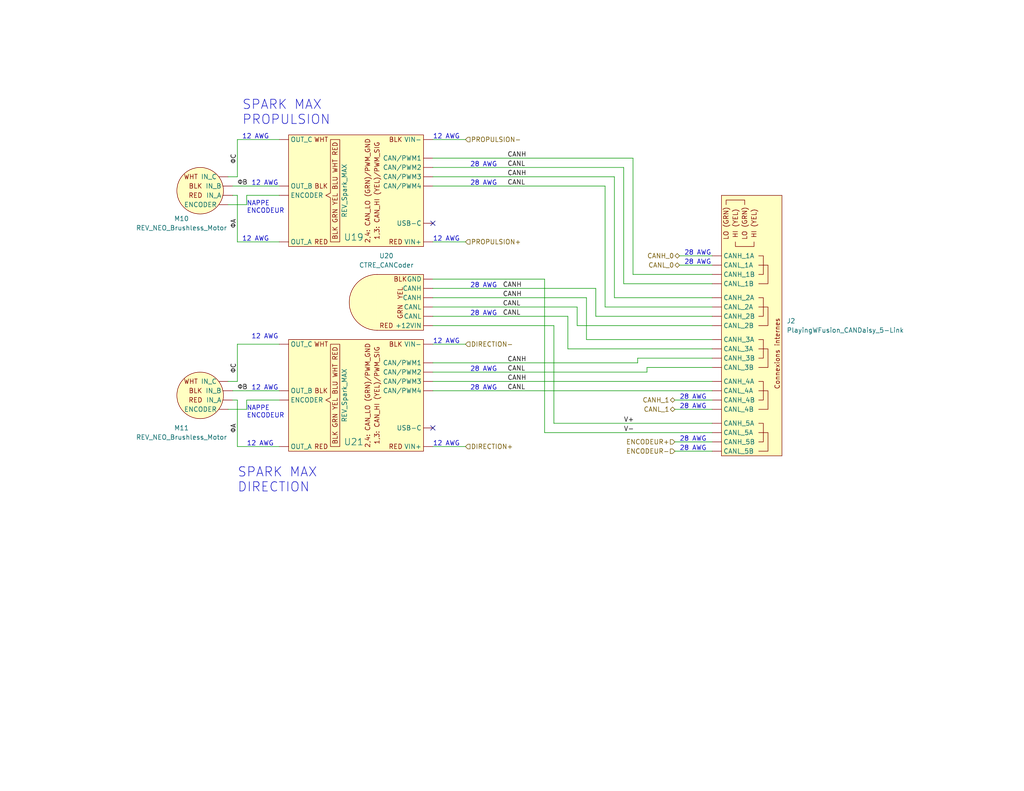
<source format=kicad_sch>
(kicad_sch (version 20230121) (generator eeschema)
  (paper "USLetter")
  (title_block (title "Schéma de câblage Disc-O 2024") (date "2024-02-27") (rev "1.6") (company "ASTRO 7605 (2024)"))
  (lib_symbols
    (symbol "FRC_Components:CTRE_CANCoder"
      (property "Reference" "U" (at 0 -2.54 0))
      (property "Value" "CTRE_CANCoder" (at 0 -5.08 0))
      (symbol "CTRE_CANCoder_0_0"
        (text "BLK" (at 6.35 -12.7 900) (effects (font (size 1.27 1.27))))
        (text "GRN" (at -2.54 -12.7 0) (effects (font (size 1.27 1.27))))
        (text "RED" (at -6.35 -8.89 900) (effects (font (size 1.27 1.27))))
        (text "YEL" (at 2.54 -12.7 0) (effects (font (size 1.27 1.27))))
      )
      (symbol "CTRE_CANCoder_0_1"
        (polyline (pts (xy -7.62 -6.35) (xy -7.62 -19.05) (xy 7.62 -19.05) (xy 7.62 -6.35)) (fill (type background)))
        (arc (start 7.62 -6.35) (mid 0 1.2311) (end -7.62 -6.35) (fill (type background)))
      )
      (symbol "CTRE_CANCoder_1_1"
        (pin power_in line (at -6.35 -21.59 90) (length 2.54) (name "+12VIN") (number ""))
        (pin bidirectional line (at 1.27 -21.59 90) (length 2.54) (name "CANH") (number ""))
        (pin bidirectional line (at 3.81 -21.59 90) (length 2.54) (name "CANH") (number ""))
        (pin bidirectional line (at -3.81 -21.59 90) (length 2.54) (name "CANL") (number ""))
        (pin bidirectional line (at -1.27 -21.59 90) (length 2.54) (name "CANL") (number ""))
        (pin power_in line (at 6.35 -21.59 90) (length 2.54) (name "GND") (number ""))
      )
    )
    (symbol "FRC_Components:PlayingWFusion_CANDaisy_5-Link"
      (property "Reference" "J" (at 0 0 0))
      (property "Value" "PlayingWFusion_CANDaisy_5-Link" (at 0 -2.54 0))
      (symbol "PlayingWFusion_CANDaisy_5-Link_1_1"
        (rectangle (start -35.56 -8.89) (end 35.56 -25.4) (fill (type background)))
        (polyline (pts (xy -29.21 -19.05) (xy -29.21 -21.59) (xy -34.29 -21.59) (xy -34.29 -19.05)))
        (polyline (pts (xy -26.67 -19.05) (xy -26.67 -20.32) (xy -31.75 -20.32) (xy -31.75 -19.05)))
        (polyline (pts (xy -17.78 -19.05) (xy -17.78 -21.59) (xy -22.86 -21.59) (xy -22.86 -19.05)))
        (polyline (pts (xy -15.24 -19.05) (xy -15.24 -20.32) (xy -20.32 -20.32) (xy -20.32 -19.05)))
        (polyline (pts (xy -6.35 -19.05) (xy -6.35 -21.59) (xy -11.43 -21.59) (xy -11.43 -19.05)))
        (polyline (pts (xy -3.81 -19.05) (xy -3.81 -20.32) (xy -8.89 -20.32) (xy -8.89 -19.05)))
        (polyline (pts (xy 5.08 -19.05) (xy 5.08 -21.59) (xy 0 -21.59) (xy 0 -19.05)))
        (polyline (pts (xy 7.62 -19.05) (xy 7.62 -20.32) (xy 2.54 -20.32) (xy 2.54 -19.05)))
        (polyline (pts (xy 16.51 -19.05) (xy 16.51 -21.59) (xy 11.43 -21.59) (xy 11.43 -19.05)))
        (polyline (pts (xy 19.05 -19.05) (xy 19.05 -20.32) (xy 13.97 -20.32) (xy 13.97 -19.05)))
        (polyline (pts (xy 22.86 -12.7) (xy 21.59 -12.7) (xy 21.59 -17.78) (xy 22.86 -17.78)))
        (polyline (pts (xy 33.02 -10.16) (xy 34.29 -10.16) (xy 34.29 -15.24) (xy 33.02 -15.24)))
        (text "Connexions internes" (at -7.62 -24.13 0) (effects (font (size 1.27 1.27))))
        (text "HI (YEL)" (at 27.94 -17.78 0) (effects (font (size 1.27 1.27))))
        (text "HI (YEL)" (at 27.94 -12.7 0) (effects (font (size 1.27 1.27))))
        (text "LO (GRN)" (at 27.94 -15.24 0) (effects (font (size 1.27 1.27))))
        (text "LO (GRN)" (at 27.94 -10.16 0) (effects (font (size 1.27 1.27))))
        (pin bidirectional line (at 19.05 -6.35 270) (length 2.54) (name "CANH_1A") (number ""))
        (pin bidirectional line (at 13.97 -6.35 270) (length 2.54) (name "CANH_1B") (number ""))
        (pin bidirectional line (at 7.62 -6.35 270) (length 2.54) (name "CANH_2A") (number ""))
        (pin bidirectional line (at 2.54 -6.35 270) (length 2.54) (name "CANH_2B") (number ""))
        (pin bidirectional line (at -3.81 -6.35 270) (length 2.54) (name "CANH_3A") (number ""))
        (pin bidirectional line (at -8.89 -6.35 270) (length 2.54) (name "CANH_3B") (number ""))
        (pin bidirectional line (at -15.24 -6.35 270) (length 2.54) (name "CANH_4A") (number ""))
        (pin bidirectional line (at -20.32 -6.35 270) (length 2.54) (name "CANH_4B") (number ""))
        (pin bidirectional line (at -26.67 -6.35 270) (length 2.54) (name "CANH_5A") (number ""))
        (pin bidirectional line (at -31.75 -6.35 270) (length 2.54) (name "CANH_5B") (number ""))
        (pin bidirectional line (at 16.51 -6.35 270) (length 2.54) (name "CANL_1A") (number ""))
        (pin bidirectional line (at 11.43 -6.35 270) (length 2.54) (name "CANL_1B") (number ""))
        (pin bidirectional line (at 5.08 -6.35 270) (length 2.54) (name "CANL_2A") (number ""))
        (pin bidirectional line (at 0 -6.35 270) (length 2.54) (name "CANL_2B") (number ""))
        (pin bidirectional line (at -6.35 -6.35 270) (length 2.54) (name "CANL_3A") (number ""))
        (pin bidirectional line (at -11.43 -6.35 270) (length 2.54) (name "CANL_3B") (number ""))
        (pin bidirectional line (at -17.78 -6.35 270) (length 2.54) (name "CANL_4A") (number ""))
        (pin bidirectional line (at -22.86 -6.35 270) (length 2.54) (name "CANL_4B") (number ""))
        (pin bidirectional line (at -29.21 -6.35 270) (length 2.54) (name "CANL_5A") (number ""))
        (pin bidirectional line (at -34.29 -6.35 270) (length 2.54) (name "CANL_5B") (number ""))
      )
    )
    (symbol "FRC_Components:REV_NEO_Brushless_Motor"
      (property "Reference" "M" (at 0 0 0))
      (property "Value" "REV_NEO_Brushless_Motor" (at 0 -2.54 0))
      (symbol "REV_NEO_Brushless_Motor_0_0"
        (text "BLK" (at -1.27 -16.51 900) (effects (font (size 1.27 1.27))))
        (text "RED" (at 1.27 -16.51 900) (effects (font (size 1.27 1.27))))
        (text "WHT" (at -3.81 -17.78 900) (effects (font (size 1.27 1.27))))
      )
      (symbol "REV_NEO_Brushless_Motor_0_1"
        (circle (center 0 -15.24) (radius 6.35) (fill (type background)))
        (polyline (pts (xy -1.27 -9.017) (xy -1.27 -8.89)))
        (polyline (pts (xy 1.27 -9.017) (xy 1.27 -8.89)))
      )
      (symbol "REV_NEO_Brushless_Motor_1_1"
        (pin bidirectional line (at 3.81 -7.62 270) (length 2.54) (name "ENCODER") (number ""))
        (pin power_in line (at 1.27 -6.35 270) (length 2.54) (name "IN_A") (number ""))
        (pin power_in line (at -1.27 -6.35 270) (length 2.54) (name "IN_B") (number ""))
        (pin power_in line (at -3.81 -7.62 270) (length 2.54) (name "IN_C") (number ""))
      )
    )
    (symbol "FRC_Components:REV_Spark_MAX"
      (property "Reference" "U" (at 0 1.27 0))
      (property "Value" "REV_Spark_MAX" (at 0 -1.27 0))
      (symbol "REV_Spark_MAX_0_0"
        (polyline (pts (xy 1.27 -7.62) (xy 1.905 -6.35) (xy 13.97 -6.35) (xy 13.97 -3.81) (xy -13.97 -3.81) (xy -13.97 -6.35) (xy 0.635 -6.35) (xy 1.27 -7.62)))
        (text "1,3: CAN_HI (YEL)/PWM_SIG" (at 0 6.35 0) (effects (font (size 1.27 1.27))))
        (text "2,4: CAN_LO (GRN)/PWM_GND" (at 0 3.81 0) (effects (font (size 1.27 1.27))))
        (text "BLK" (at -13.97 11.43 900) (effects (font (size 1.27 1.27))))
        (text "BLK" (at -1.27 -8.89 900) (effects (font (size 1.27 1.27))))
        (text "BLK GRN YEL BLU WHT RED" (at 0 -5.08 0) (effects (font (size 1.27 1.27))))
        (text "RED" (at 13.97 -8.89 900) (effects (font (size 1.27 1.27))))
        (text "RED" (at 13.97 11.43 900) (effects (font (size 1.27 1.27))))
        (text "WHT" (at -13.97 -8.89 900) (effects (font (size 1.27 1.27))))
      )
      (symbol "REV_Spark_MAX_0_1"
        (rectangle (start -15.24 19.05) (end 15.24 -17.78) (fill (type background)))
      )
      (symbol "REV_Spark_MAX_1_1"
        (pin bidirectional line (at -8.89 21.59 270) (length 2.54) (name "CAN/PWM1") (number ""))
        (pin bidirectional line (at -6.35 21.59 270) (length 2.54) (name "CAN/PWM2") (number ""))
        (pin bidirectional line (at -3.81 21.59 270) (length 2.54) (name "CAN/PWM3") (number ""))
        (pin bidirectional line (at -1.27 21.59 270) (length 2.54) (name "CAN/PWM4") (number ""))
        (pin bidirectional line (at 1.27 -20.32 90) (length 2.54) (name "ENCODER") (number ""))
        (pin power_out line (at 13.97 -20.32 90) (length 2.54) (name "OUT_A") (number ""))
        (pin power_out line (at -1.27 -20.32 90) (length 2.54) (name "OUT_B") (number ""))
        (pin power_out line (at -13.97 -20.32 90) (length 2.54) (name "OUT_C") (number ""))
        (pin bidirectional line (at 8.89 21.59 270) (length 2.54) (name "USB-C") (number ""))
        (pin power_in line (at 13.97 21.59 270) (length 2.54) (name "VIN+") (number ""))
        (pin power_in line (at -13.97 21.59 270) (length 2.54) (name "VIN-") (number ""))
      )
    )
  )
  (no_connect (at 118.11 60.96))
  (no_connect (at 118.11 116.84))
  (wire (pts (xy 151.13 88.9) (xy 151.13 115.57)))
  (wire (pts (xy 160.02 92.71) (xy 194.31 92.71)))
  (wire (pts (xy 62.23 48.26) (xy 64.77 48.26)))
  (wire (pts (xy 76.2 106.68) (xy 63.5 106.68)))
  (wire (pts (xy 64.77 121.92) (xy 64.77 109.22)))
  (wire (pts (xy 160.02 92.71) (xy 160.02 81.28)))
  (wire (pts (xy 173.99 97.79) (xy 194.31 97.79)))
  (wire (pts (xy 162.56 86.36) (xy 162.56 78.74)))
  (wire (pts (xy 165.1 83.82) (xy 165.1 50.8)))
  (wire (pts (xy 76.2 53.34) (xy 67.31 53.34)))
  (wire (pts (xy 127 38.1) (xy 118.11 38.1)))
  (wire (pts (xy 127 93.98) (xy 118.11 93.98)))
  (wire (pts (xy 76.2 121.92) (xy 64.77 121.92)))
  (wire (pts (xy 118.11 81.28) (xy 160.02 81.28)))
  (wire (pts (xy 194.31 74.93) (xy 172.72 74.93)))
  (wire (pts (xy 118.11 43.18) (xy 172.72 43.18)))
  (wire (pts (xy 118.11 48.26) (xy 167.64 48.26)))
  (wire (pts (xy 118.11 86.36) (xy 154.94 86.36)))
  (wire (pts (xy 118.11 99.06) (xy 173.99 99.06)))
  (wire (pts (xy 118.11 76.2) (xy 148.59 76.2)))
  (wire (pts (xy 118.11 83.82) (xy 157.48 83.82)))
  (wire (pts (xy 176.53 100.33) (xy 194.31 100.33)))
  (wire (pts (xy 185.42 72.39) (xy 194.31 72.39)))
  (wire (pts (xy 154.94 95.25) (xy 194.31 95.25)))
  (wire (pts (xy 76.2 66.04) (xy 64.77 66.04)))
  (wire (pts (xy 76.2 50.8) (xy 63.5 50.8)))
  (wire (pts (xy 76.2 109.22) (xy 67.31 109.22)))
  (wire (pts (xy 194.31 83.82) (xy 165.1 83.82)))
  (wire (pts (xy 64.77 109.22) (xy 63.5 109.22)))
  (wire (pts (xy 172.72 74.93) (xy 172.72 43.18)))
  (wire (pts (xy 184.15 123.19) (xy 194.31 123.19)))
  (wire (pts (xy 118.11 88.9) (xy 151.13 88.9)))
  (wire (pts (xy 67.31 111.76) (xy 67.31 109.22)))
  (wire (pts (xy 176.53 101.6) (xy 176.53 100.33)))
  (wire (pts (xy 62.23 104.14) (xy 64.77 104.14)))
  (wire (pts (xy 167.64 81.28) (xy 194.31 81.28)))
  (wire (pts (xy 64.77 104.14) (xy 64.77 93.98)))
  (wire (pts (xy 184.15 109.22) (xy 194.31 109.22)))
  (wire (pts (xy 173.99 99.06) (xy 173.99 97.79)))
  (wire (pts (xy 118.11 106.68) (xy 194.31 106.68)))
  (wire (pts (xy 64.77 93.98) (xy 76.2 93.98)))
  (wire (pts (xy 64.77 53.34) (xy 63.5 53.34)))
  (wire (pts (xy 148.59 118.11) (xy 148.59 76.2)))
  (wire (pts (xy 157.48 88.9) (xy 157.48 83.82)))
  (wire (pts (xy 151.13 115.57) (xy 194.31 115.57)))
  (wire (pts (xy 118.11 78.74) (xy 162.56 78.74)))
  (wire (pts (xy 170.18 45.72) (xy 170.18 77.47)))
  (wire (pts (xy 185.42 69.85) (xy 194.31 69.85)))
  (wire (pts (xy 184.15 120.65) (xy 194.31 120.65)))
  (wire (pts (xy 64.77 48.26) (xy 64.77 38.1)))
  (wire (pts (xy 170.18 77.47) (xy 194.31 77.47)))
  (wire (pts (xy 157.48 88.9) (xy 194.31 88.9)))
  (wire (pts (xy 118.11 101.6) (xy 176.53 101.6)))
  (wire (pts (xy 167.64 48.26) (xy 167.64 81.28)))
  (wire (pts (xy 162.56 86.36) (xy 194.31 86.36)))
  (wire (pts (xy 67.31 111.76) (xy 62.23 111.76)))
  (wire (pts (xy 118.11 45.72) (xy 170.18 45.72)))
  (wire (pts (xy 154.94 95.25) (xy 154.94 86.36)))
  (wire (pts (xy 67.31 55.88) (xy 67.31 53.34)))
  (wire (pts (xy 118.11 104.14) (xy 194.31 104.14)))
  (wire (pts (xy 127 66.04) (xy 118.11 66.04)))
  (wire (pts (xy 64.77 38.1) (xy 76.2 38.1)))
  (wire (pts (xy 184.15 111.76) (xy 194.31 111.76)))
  (wire (pts (xy 67.31 55.88) (xy 62.23 55.88)))
  (wire (pts (xy 118.11 50.8) (xy 165.1 50.8)))
  (wire (pts (xy 64.77 66.04) (xy 64.77 53.34)))
  (wire (pts (xy 148.59 118.11) (xy 194.31 118.11)))
  (wire (pts (xy 127 121.92) (xy 118.11 121.92)))
  (text "12 AWG" (at 118.11 93.98 0) (effects (font (size 1.27 1.27)) (justify left bottom)))
  (text "SPARK MAX\nDIRECTION" (at 64.77 134.62 0) (effects (font (size 2.54 2.54)) (justify left bottom)))
  (text "NAPPE\nENCODEUR" (at 67.31 58.42 0) (effects (font (size 1.27 1.27)) (justify left bottom)))
  (text "28 AWG" (at 128.27 86.36 0) (effects (font (size 1.27 1.27)) (justify left bottom)))
  (text "28 AWG" (at 128.27 50.8 0) (effects (font (size 1.27 1.27)) (justify left bottom)))
  (text "12 AWG" (at 66.04 38.1 0) (effects (font (size 1.27 1.27)) (justify left bottom)))
  (text "28 AWG" (at 185.42 111.76 0) (effects (font (size 1.27 1.27)) (justify left bottom)))
  (text "12 AWG" (at 68.58 106.68 0) (effects (font (size 1.27 1.27)) (justify left bottom)))
  (text "12 AWG" (at 68.58 50.8 0) (effects (font (size 1.27 1.27)) (justify left bottom)))
  (text "28 AWG" (at 128.27 45.72 0) (effects (font (size 1.27 1.27)) (justify left bottom)))
  (text "12 AWG" (at 118.11 121.92 0) (effects (font (size 1.27 1.27)) (justify left bottom)))
  (text "12 AWG" (at 118.11 38.1 0) (effects (font (size 1.27 1.27)) (justify left bottom)))
  (text "12 AWG" (at 68.58 92.71 0) (effects (font (size 1.27 1.27)) (justify left bottom)))
  (text "28 AWG" (at 128.27 78.74 0) (effects (font (size 1.27 1.27)) (justify left bottom)))
  (text "12 AWG" (at 67.31 121.92 0) (effects (font (size 1.27 1.27)) (justify left bottom)))
  (text "28 AWG" (at 185.42 109.22 0) (effects (font (size 1.27 1.27)) (justify left bottom)))
  (text "28 AWG" (at 186.69 69.85 0) (effects (font (size 1.27 1.27)) (justify left bottom)))
  (text "SPARK MAX\nPROPULSION" (at 66.04 34.29 0) (effects (font (size 2.54 2.54)) (justify left bottom)))
  (text "28 AWG" (at 185.42 123.19 0) (effects (font (size 1.27 1.27)) (justify left bottom)))
  (text "28 AWG" (at 186.69 72.39 0) (effects (font (size 1.27 1.27)) (justify left bottom)))
  (text "12 AWG" (at 66.04 66.04 0) (effects (font (size 1.27 1.27)) (justify left bottom)))
  (text "12 AWG" (at 118.11 66.04 0) (effects (font (size 1.27 1.27)) (justify left bottom)))
  (text "28 AWG" (at 128.27 101.6 0) (effects (font (size 1.27 1.27)) (justify left bottom)))
  (text "28 AWG" (at 128.27 106.68 0) (effects (font (size 1.27 1.27)) (justify left bottom)))
  (text "28 AWG" (at 185.42 120.65 0) (effects (font (size 1.27 1.27)) (justify left bottom)))
  (text "NAPPE\nENCODEUR" (at 67.31 114.3 0) (effects (font (size 1.27 1.27)) (justify left bottom)))
  (label "ΦB" (at 64.77 106.68 0))
  (label "CANH" (at 138.43 104.14 0))
  (label "ΦC" (at 64.77 99.06 270))
  (label "CANH" (at 138.43 99.06 0))
  (label "CANL" (at 138.43 106.68 0))
  (label "V+" (at 170.18 115.57 0))
  (label "CANL" (at 138.43 45.72 0))
  (label "CANL" (at 137.16 83.82 0))
  (label "ΦA" (at 64.77 59.69 270))
  (label "ΦC" (at 64.77 41.91 270))
  (label "CANH" (at 138.43 43.18 0))
  (label "CANL" (at 138.43 101.6 0))
  (label "ΦA" (at 64.77 115.57 270))
  (label "V-" (at 170.18 118.11 0))
  (label "ΦB" (at 64.77 50.8 0))
  (label "CANL" (at 137.16 86.36 0))
  (label "CANH" (at 137.16 81.28 0))
  (label "CANH" (at 137.16 78.74 0))
  (label "CANL" (at 138.43 50.8 0))
  (label "CANH" (at 138.43 48.26 0))
  (hierarchical_label "ENCODEUR+" (shape input) (at 184.15 120.65 180))
  (hierarchical_label "DIRECTION+" (shape input) (at 127 121.92 0))
  (hierarchical_label "PROPULSION+" (shape input) (at 127 66.04 0))
  (hierarchical_label "CANL_0" (shape bidirectional) (at 185.42 72.39 180))
  (hierarchical_label "CANH_1" (shape bidirectional) (at 184.15 109.22 180))
  (hierarchical_label "CANL_1" (shape bidirectional) (at 184.15 111.76 180))
  (hierarchical_label "CANH_0" (shape bidirectional) (at 185.42 69.85 180))
  (hierarchical_label "ENCODEUR-" (shape input) (at 184.15 123.19 180))
  (hierarchical_label "PROPULSION-" (shape input) (at 127 38.1 0))
  (hierarchical_label "DIRECTION-" (shape input) (at 127 93.98 0))
  (symbol (lib_id "FRC_Components:CTRE_CANCoder") (at 96.52 82.55 90) (unit 1)
    (property "Reference" "U20" (at 105.4294 69.85 90))
    (property "Value" "CTRE_CANCoder" (at 105.4294 72.39 90))
    (property "Datasheet" "https://store.ctr-electronics.com/content/user-manual/CANCoder%20User's%20Guide.pdf" (effects hide))
    (instances (project "schema_cablage_2024" (path "" (reference "U20") (unit 1)) (path "" (reference "U29") (unit 1)) (path "" (reference "U23") (unit 1)) (path "" (reference "U26") (unit 1))))
  )
  (symbol (lib_id "FRC_Components:REV_NEO_Brushless_Motor") (at 69.85 107.95 270) (unit 1)
    (property "Reference" "M11" (at 49.53 116.84 90))
    (property "Value" "REV_NEO_Brushless_Motor" (at 49.53 119.38 90))
    (property "Datasheet" "https://www.revrobotics.com/rev-21-1650/" (effects hide))
    (instances (project "schema_cablage_2024" (path "" (reference "M11") (unit 1)) (path "" (reference "M17") (unit 1)) (path "" (reference "M13") (unit 1)) (path "" (reference "M15") (unit 1))))
  )
  (symbol (lib_id "FRC_Components:REV_Spark_MAX") (at 96.52 52.07 270) (unit 1)
    (property "Reference" "U19" (at 96.52 64.77 90) (effects (font (size 1.778 1.778))))
    (property "Value" "REV_Spark_MAX" (at 93.98 52.07 0))
    (property "Datasheet" "https://docs.revrobotics.com/brushless/spark-max/overview" (effects hide))
    (instances (project "schema_cablage_2024" (path "" (reference "U19") (unit 1)) (path "" (reference "U22") (unit 1)) (path "" (reference "U25") (unit 1)) (path "" (reference "U28") (unit 1))))
  )
  (symbol (lib_id "FRC_Components:REV_Spark_MAX") (at 96.52 107.95 270) (unit 1)
    (property "Reference" "U21" (at 96.52 120.65 90) (effects (font (size 1.778 1.778))))
    (property "Value" "REV_Spark_MAX" (at 93.98 107.95 0))
    (property "Datasheet" "https://docs.revrobotics.com/brushless/spark-max/overview" (effects hide))
    (instances (project "schema_cablage_2024" (path "" (reference "U21") (unit 1)) (path "" (reference "U24") (unit 1)) (path "" (reference "U27") (unit 1)) (path "" (reference "U30") (unit 1))))
  )
  (symbol (lib_id "FRC_Components:PlayingWFusion_CANDaisy_5-Link") (at 187.96 88.9 90) (unit 1)
    (property "Reference" "J2" (at 214.63 87.63 90) (effects (justify right)))
    (property "Value" "PlayingWFusion_CANDaisy_5-Link" (at 214.63 90.17 90) (effects (justify right)))
    (property "Datasheet" "https://www.playingwithfusion.com/productview.php?pdid=102" (effects hide))
    (instances (project "schema_cablage_2024" (path "" (reference "J2") (unit 1)) (path "" (reference "J1") (unit 1)) (path "" (reference "J3") (unit 1)) (path "" (reference "J4") (unit 1))))
  )
  (symbol (lib_id "FRC_Components:REV_NEO_Brushless_Motor") (at 69.85 52.07 270) (unit 1)
    (property "Reference" "M10" (at 49.53 59.69 90))
    (property "Value" "REV_NEO_Brushless_Motor" (at 49.53 62.23 90))
    (property "Datasheet" "https://www.revrobotics.com/rev-21-1650/" (effects hide))
    (instances (project "schema_cablage_2024" (path "" (reference "M10") (unit 1)) (path "" (reference "M16") (unit 1)) (path "" (reference "M12") (unit 1)) (path "" (reference "M14") (unit 1))))
  )
)
</source>
